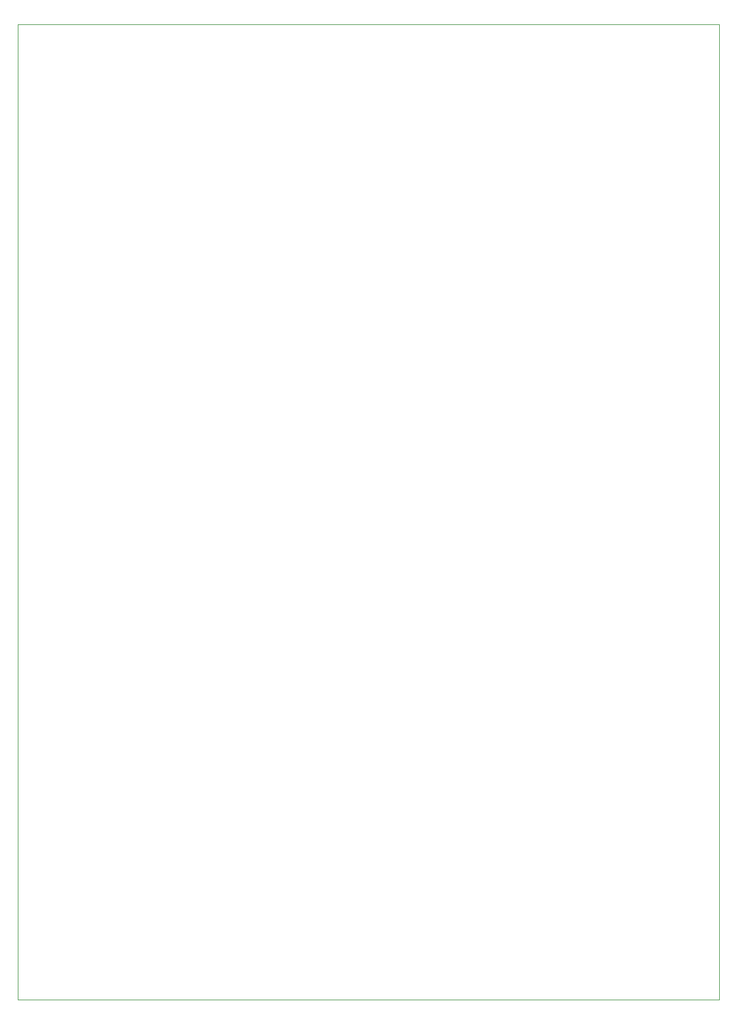
<source format=gbr>
%TF.GenerationSoftware,KiCad,Pcbnew,(5.99.0-3304-gcc86630f1-dirty)*%
%TF.CreationDate,2021-01-15T17:35:19+01:00*%
%TF.ProjectId,FD,46442e6b-6963-4616-945f-706362585858,rev?*%
%TF.SameCoordinates,Original*%
%TF.FileFunction,Profile,NP*%
%FSLAX46Y46*%
G04 Gerber Fmt 4.6, Leading zero omitted, Abs format (unit mm)*
G04 Created by KiCad (PCBNEW (5.99.0-3304-gcc86630f1-dirty)) date 2021-01-15 17:35:19*
%MOMM*%
%LPD*%
G01*
G04 APERTURE LIST*
%TA.AperFunction,Profile*%
%ADD10C,0.050000*%
%TD*%
G04 APERTURE END LIST*
D10*
X137000000Y-161000000D02*
X138000000Y-161000000D01*
X237000000Y-22000000D02*
X137000000Y-22000000D01*
X138000000Y-161000000D02*
X237000000Y-161000000D01*
X137000000Y-22000000D02*
X137000000Y-161000000D01*
X237000000Y-161000000D02*
X237000000Y-22000000D01*
M02*

</source>
